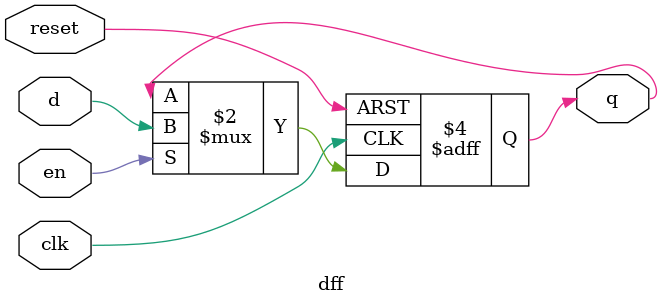
<source format=v>
module dff (
    input wire d,
    input wire clk,
    input wire reset,
    input wire en,
    output reg q
); 

always @ (posedge reset, posedge clk) 
    begin
       
        if (reset) 
            q <= 0;
        else if (en)
            q <= d;
    end

endmodule
</source>
